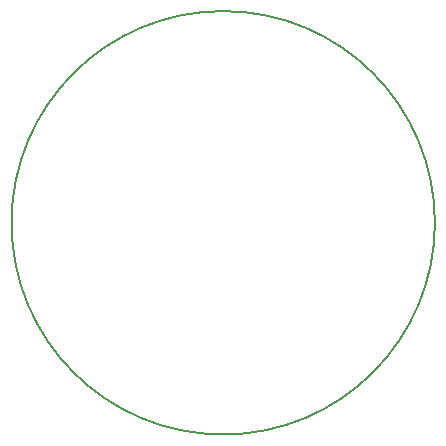
<source format=gbr>
G04 #@! TF.FileFunction,Profile,NP*
%FSLAX46Y46*%
G04 Gerber Fmt 4.6, Leading zero omitted, Abs format (unit mm)*
G04 Created by KiCad (PCBNEW 4.0.6) date 08/10/17 10:11:21*
%MOMM*%
%LPD*%
G01*
G04 APERTURE LIST*
%ADD10C,0.100000*%
%ADD11C,0.150000*%
G04 APERTURE END LIST*
D10*
D11*
X163673448Y-88250000D02*
G75*
G03X163673448Y-88250000I-17923448J0D01*
G01*
M02*

</source>
